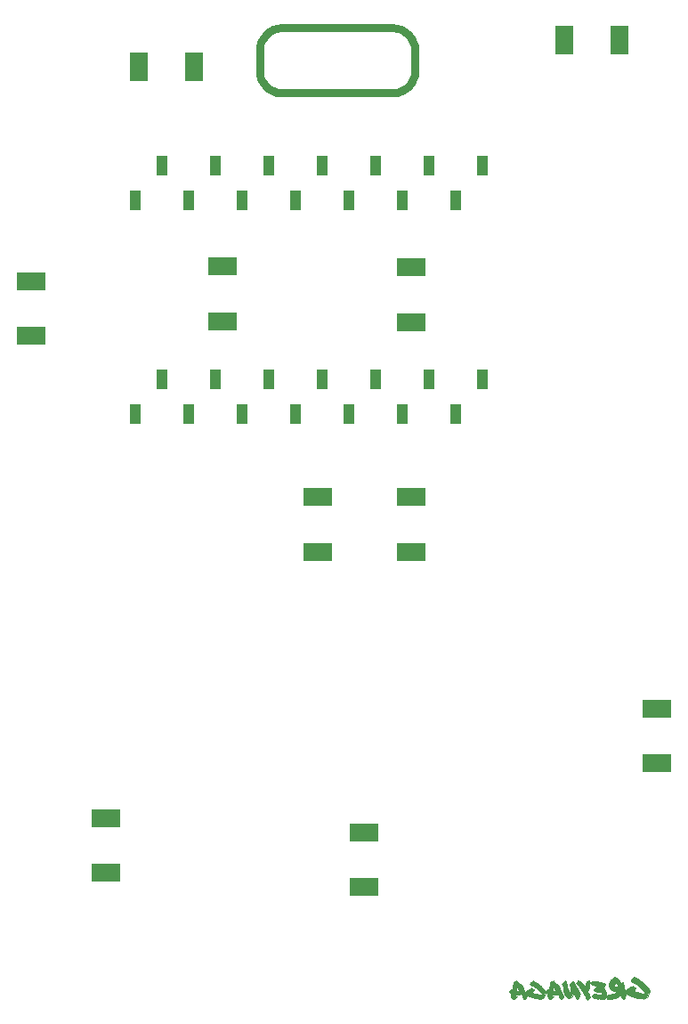
<source format=gbl>
G04 #@! TF.GenerationSoftware,KiCad,Pcbnew,6.0.0-rc1-unknown-73a0cbf~66~ubuntu16.04.1*
G04 #@! TF.CreationDate,2019-02-06T09:24:36-07:00
G04 #@! TF.ProjectId,001,3030312e-6b69-4636-9164-5f7063625858,rev?*
G04 #@! TF.SameCoordinates,Original*
G04 #@! TF.FileFunction,Copper,L2,Bot*
G04 #@! TF.FilePolarity,Positive*
%FSLAX46Y46*%
G04 Gerber Fmt 4.6, Leading zero omitted, Abs format (unit mm)*
G04 Created by KiCad (PCBNEW 6.0.0-rc1-unknown-73a0cbf~66~ubuntu16.04.1) date 2019-02-06 09:24:36*
%MOMM*%
%LPD*%
G04 APERTURE LIST*
%ADD10C,0.009375*%
%ADD11C,0.750000*%
%ADD12R,2.800000X1.700000*%
%ADD13R,1.700000X2.800000*%
%ADD14R,1.000000X1.900000*%
G04 APERTURE END LIST*
D10*
G36*
X156754745Y-144220357D02*
G01*
X157545777Y-143732480D01*
X157396950Y-143721445D01*
X157245365Y-143696637D01*
X157286705Y-143525760D01*
X157333560Y-143346614D01*
X157350098Y-143374187D01*
X157457585Y-143503724D01*
X157543022Y-143638771D01*
X157576096Y-143688380D01*
X157606412Y-143737989D01*
X157576096Y-143735166D01*
X157545780Y-143732344D01*
X157545777Y-143732480D01*
X156754745Y-144220357D01*
X156804354Y-144316818D01*
X156878770Y-144402258D01*
X156972476Y-144462891D01*
X157082718Y-144490464D01*
X157132327Y-144471160D01*
X157157134Y-144454621D01*
X157173672Y-144446352D01*
X157184707Y-144438083D01*
X157217781Y-144424311D01*
X157206746Y-144388483D01*
X157209568Y-144355409D01*
X157242642Y-144319581D01*
X157259180Y-144303043D01*
X157272953Y-144286504D01*
X157319807Y-144234138D01*
X157245391Y-144214834D01*
X157154442Y-144165225D01*
X157135138Y-144063250D01*
X157228844Y-144060428D01*
X157303258Y-144079732D01*
X157405233Y-144104539D01*
X157515477Y-144112808D01*
X157556817Y-144112808D01*
X157598157Y-144107305D01*
X157625730Y-144101801D01*
X157636765Y-144068731D01*
X157647800Y-144057696D01*
X157678116Y-144021868D01*
X157683620Y-143961235D01*
X157700158Y-143911626D01*
X157724965Y-143980528D01*
X157736000Y-144008101D01*
X157763573Y-144013604D01*
X157771842Y-144027376D01*
X157774665Y-144041149D01*
X157788437Y-144088003D01*
X157799472Y-144099038D01*
X157810507Y-144107307D01*
X157824279Y-144156919D01*
X157840818Y-144203771D01*
X157865625Y-144275430D01*
X157871128Y-144341574D01*
X157882163Y-144371891D01*
X157912482Y-144399464D01*
X157945553Y-144416002D01*
X157962091Y-144427037D01*
X157975864Y-144432540D01*
X157984133Y-144462857D01*
X158017206Y-144468360D01*
X158061304Y-144476629D01*
X158088877Y-144479451D01*
X158116450Y-144476629D01*
X158163304Y-144438044D01*
X158201890Y-144407727D01*
X158229435Y-144358118D01*
X158234938Y-144327799D01*
X158240441Y-144300226D01*
X158248711Y-144283688D01*
X158284541Y-144250617D01*
X158254222Y-144225810D01*
X158251400Y-144178955D01*
X158135644Y-143908860D01*
X158006109Y-143644277D01*
X157964767Y-143556082D01*
X157920670Y-143467888D01*
X157923492Y-143448584D01*
X157917988Y-143423777D01*
X157868379Y-143341094D01*
X157829794Y-143263923D01*
X157785697Y-143172974D01*
X157725061Y-143082022D01*
X157680964Y-143062718D01*
X157661660Y-143057215D01*
X157636853Y-143051712D01*
X157595513Y-143057215D01*
X157460464Y-142957997D01*
X157341953Y-142800901D01*
X157314408Y-142762315D01*
X157278577Y-142784357D01*
X157239992Y-142800895D01*
X157187628Y-142814668D01*
X157093922Y-142839475D01*
X157022263Y-142880815D01*
X157002959Y-142946962D01*
X156994690Y-142991059D01*
X156980918Y-143084766D01*
X156969883Y-143189495D01*
X156947841Y-143283202D01*
X156928537Y-143374153D01*
X156900964Y-143503688D01*
X156865136Y-143619444D01*
X156837563Y-143622266D01*
X156809990Y-143613997D01*
X156774159Y-143608494D01*
X156743842Y-143605672D01*
X156732808Y-143633245D01*
X156705234Y-143660818D01*
X156652871Y-143677356D01*
X156622552Y-143702163D01*
X156600510Y-143718702D01*
X156559167Y-143735240D01*
X156581209Y-143776580D01*
X156661134Y-143873043D01*
X156774133Y-143947457D01*
X156771311Y-143980530D01*
X156763042Y-144010847D01*
X156749270Y-144107307D01*
X156749270Y-144209283D01*
X156754745Y-144220357D01*
X156754745Y-144220357D01*
G37*
X156754745Y-144220357D02*
X157545777Y-143732480D01*
X157396950Y-143721445D01*
X157245365Y-143696637D01*
X157286705Y-143525760D01*
X157333560Y-143346614D01*
X157350098Y-143374187D01*
X157457585Y-143503724D01*
X157543022Y-143638771D01*
X157576096Y-143688380D01*
X157606412Y-143737989D01*
X157576096Y-143735166D01*
X157545780Y-143732344D01*
X157545777Y-143732480D01*
X156754745Y-144220357D01*
X156804354Y-144316818D01*
X156878770Y-144402258D01*
X156972476Y-144462891D01*
X157082718Y-144490464D01*
X157132327Y-144471160D01*
X157157134Y-144454621D01*
X157173672Y-144446352D01*
X157184707Y-144438083D01*
X157217781Y-144424311D01*
X157206746Y-144388483D01*
X157209568Y-144355409D01*
X157242642Y-144319581D01*
X157259180Y-144303043D01*
X157272953Y-144286504D01*
X157319807Y-144234138D01*
X157245391Y-144214834D01*
X157154442Y-144165225D01*
X157135138Y-144063250D01*
X157228844Y-144060428D01*
X157303258Y-144079732D01*
X157405233Y-144104539D01*
X157515477Y-144112808D01*
X157556817Y-144112808D01*
X157598157Y-144107305D01*
X157625730Y-144101801D01*
X157636765Y-144068731D01*
X157647800Y-144057696D01*
X157678116Y-144021868D01*
X157683620Y-143961235D01*
X157700158Y-143911626D01*
X157724965Y-143980528D01*
X157736000Y-144008101D01*
X157763573Y-144013604D01*
X157771842Y-144027376D01*
X157774665Y-144041149D01*
X157788437Y-144088003D01*
X157799472Y-144099038D01*
X157810507Y-144107307D01*
X157824279Y-144156919D01*
X157840818Y-144203771D01*
X157865625Y-144275430D01*
X157871128Y-144341574D01*
X157882163Y-144371891D01*
X157912482Y-144399464D01*
X157945553Y-144416002D01*
X157962091Y-144427037D01*
X157975864Y-144432540D01*
X157984133Y-144462857D01*
X158017206Y-144468360D01*
X158061304Y-144476629D01*
X158088877Y-144479451D01*
X158116450Y-144476629D01*
X158163304Y-144438044D01*
X158201890Y-144407727D01*
X158229435Y-144358118D01*
X158234938Y-144327799D01*
X158240441Y-144300226D01*
X158248711Y-144283688D01*
X158284541Y-144250617D01*
X158254222Y-144225810D01*
X158251400Y-144178955D01*
X158135644Y-143908860D01*
X158006109Y-143644277D01*
X157964767Y-143556082D01*
X157920670Y-143467888D01*
X157923492Y-143448584D01*
X157917988Y-143423777D01*
X157868379Y-143341094D01*
X157829794Y-143263923D01*
X157785697Y-143172974D01*
X157725061Y-143082022D01*
X157680964Y-143062718D01*
X157661660Y-143057215D01*
X157636853Y-143051712D01*
X157595513Y-143057215D01*
X157460464Y-142957997D01*
X157341953Y-142800901D01*
X157314408Y-142762315D01*
X157278577Y-142784357D01*
X157239992Y-142800895D01*
X157187628Y-142814668D01*
X157093922Y-142839475D01*
X157022263Y-142880815D01*
X157002959Y-142946962D01*
X156994690Y-142991059D01*
X156980918Y-143084766D01*
X156969883Y-143189495D01*
X156947841Y-143283202D01*
X156928537Y-143374153D01*
X156900964Y-143503688D01*
X156865136Y-143619444D01*
X156837563Y-143622266D01*
X156809990Y-143613997D01*
X156774159Y-143608494D01*
X156743842Y-143605672D01*
X156732808Y-143633245D01*
X156705234Y-143660818D01*
X156652871Y-143677356D01*
X156622552Y-143702163D01*
X156600510Y-143718702D01*
X156559167Y-143735240D01*
X156581209Y-143776580D01*
X156661134Y-143873043D01*
X156774133Y-143947457D01*
X156771311Y-143980530D01*
X156763042Y-144010847D01*
X156749270Y-144107307D01*
X156749270Y-144209283D01*
X156754745Y-144220357D01*
G36*
X158099711Y-143955774D02*
G01*
X158273343Y-144140429D01*
X158510367Y-144247916D01*
X158783217Y-144322330D01*
X159056069Y-144407770D01*
X159124971Y-144410592D01*
X159180092Y-144418861D01*
X159229701Y-144427130D01*
X159284824Y-144432633D01*
X159298597Y-144438137D01*
X159306866Y-144449172D01*
X159392306Y-144457441D01*
X159452939Y-144457441D01*
X159521840Y-144465710D01*
X159582473Y-144473979D01*
X159907692Y-144327906D01*
X160037226Y-143947570D01*
X160042729Y-143931031D01*
X160053764Y-143922762D01*
X160048261Y-143875908D01*
X160045439Y-143826299D01*
X159882831Y-143545180D01*
X159665099Y-143313668D01*
X159632028Y-143280597D01*
X159607221Y-143247523D01*
X159576902Y-143219950D01*
X159535562Y-143200646D01*
X159397759Y-143079381D01*
X159229636Y-142974648D01*
X159056004Y-142872673D01*
X158896151Y-142756919D01*
X158852054Y-142765188D01*
X158821737Y-142765188D01*
X158769374Y-142823064D01*
X158700469Y-142858895D01*
X158634325Y-142900235D01*
X158587470Y-142966382D01*
X158604009Y-142980154D01*
X158595739Y-143004962D01*
X158592917Y-143029769D01*
X158612221Y-143040804D01*
X158595683Y-143057342D01*
X158579145Y-143071114D01*
X158587414Y-143093156D01*
X158587414Y-143120729D01*
X158711439Y-143189631D01*
X158851997Y-143261290D01*
X159003582Y-143341215D01*
X159155166Y-143437679D01*
X159306750Y-143561701D01*
X159455580Y-143702262D01*
X159590626Y-143856601D01*
X159698114Y-144010943D01*
X159687079Y-144032984D01*
X159673306Y-144052288D01*
X159510698Y-144052288D01*
X159356357Y-144060557D01*
X159345322Y-144044019D01*
X159331549Y-144027481D01*
X159039407Y-143977872D01*
X158763797Y-143903458D01*
X158805140Y-143889686D01*
X158838213Y-143875913D01*
X158838213Y-143853872D01*
X158810640Y-143831830D01*
X158874030Y-143776710D01*
X158901603Y-143688515D01*
X158885065Y-143655441D01*
X158901603Y-143625125D01*
X158915376Y-143625125D01*
X158920879Y-143633394D01*
X158923701Y-143644429D01*
X158937474Y-143641607D01*
X158926439Y-143600267D01*
X158909901Y-143561682D01*
X158719731Y-143434902D01*
X158645317Y-143484511D01*
X158554368Y-143536877D01*
X158455148Y-143589243D01*
X158358687Y-143638852D01*
X158289785Y-143682950D01*
X158231907Y-143740828D01*
X158176786Y-143795949D01*
X158107884Y-143842800D01*
X158105062Y-143900678D01*
X158099559Y-143955802D01*
X158099711Y-143955774D01*
X158099711Y-143955774D01*
G37*
X158099711Y-143955774D02*
X158273343Y-144140429D01*
X158510367Y-144247916D01*
X158783217Y-144322330D01*
X159056069Y-144407770D01*
X159124971Y-144410592D01*
X159180092Y-144418861D01*
X159229701Y-144427130D01*
X159284824Y-144432633D01*
X159298597Y-144438137D01*
X159306866Y-144449172D01*
X159392306Y-144457441D01*
X159452939Y-144457441D01*
X159521840Y-144465710D01*
X159582473Y-144473979D01*
X159907692Y-144327906D01*
X160037226Y-143947570D01*
X160042729Y-143931031D01*
X160053764Y-143922762D01*
X160048261Y-143875908D01*
X160045439Y-143826299D01*
X159882831Y-143545180D01*
X159665099Y-143313668D01*
X159632028Y-143280597D01*
X159607221Y-143247523D01*
X159576902Y-143219950D01*
X159535562Y-143200646D01*
X159397759Y-143079381D01*
X159229636Y-142974648D01*
X159056004Y-142872673D01*
X158896151Y-142756919D01*
X158852054Y-142765188D01*
X158821737Y-142765188D01*
X158769374Y-142823064D01*
X158700469Y-142858895D01*
X158634325Y-142900235D01*
X158587470Y-142966382D01*
X158604009Y-142980154D01*
X158595739Y-143004962D01*
X158592917Y-143029769D01*
X158612221Y-143040804D01*
X158595683Y-143057342D01*
X158579145Y-143071114D01*
X158587414Y-143093156D01*
X158587414Y-143120729D01*
X158711439Y-143189631D01*
X158851997Y-143261290D01*
X159003582Y-143341215D01*
X159155166Y-143437679D01*
X159306750Y-143561701D01*
X159455580Y-143702262D01*
X159590626Y-143856601D01*
X159698114Y-144010943D01*
X159687079Y-144032984D01*
X159673306Y-144052288D01*
X159510698Y-144052288D01*
X159356357Y-144060557D01*
X159345322Y-144044019D01*
X159331549Y-144027481D01*
X159039407Y-143977872D01*
X158763797Y-143903458D01*
X158805140Y-143889686D01*
X158838213Y-143875913D01*
X158838213Y-143853872D01*
X158810640Y-143831830D01*
X158874030Y-143776710D01*
X158901603Y-143688515D01*
X158885065Y-143655441D01*
X158901603Y-143625125D01*
X158915376Y-143625125D01*
X158920879Y-143633394D01*
X158923701Y-143644429D01*
X158937474Y-143641607D01*
X158926439Y-143600267D01*
X158909901Y-143561682D01*
X158719731Y-143434902D01*
X158645317Y-143484511D01*
X158554368Y-143536877D01*
X158455148Y-143589243D01*
X158358687Y-143638852D01*
X158289785Y-143682950D01*
X158231907Y-143740828D01*
X158176786Y-143795949D01*
X158107884Y-143842800D01*
X158105062Y-143900678D01*
X158099559Y-143955802D01*
X158099711Y-143955774D01*
G36*
X160238425Y-144220357D02*
G01*
X161029457Y-143732480D01*
X160880630Y-143721445D01*
X160729046Y-143696637D01*
X160770386Y-143525760D01*
X160817240Y-143346614D01*
X160833779Y-143374187D01*
X160941266Y-143503724D01*
X161026703Y-143638771D01*
X161059776Y-143688380D01*
X161090093Y-143737989D01*
X161059776Y-143735166D01*
X161029460Y-143732344D01*
X161029457Y-143732480D01*
X160238425Y-144220357D01*
X160288034Y-144316818D01*
X160362451Y-144402258D01*
X160456157Y-144462891D01*
X160566398Y-144490464D01*
X160616007Y-144471160D01*
X160640815Y-144454621D01*
X160657353Y-144446352D01*
X160668388Y-144438083D01*
X160701461Y-144424311D01*
X160690427Y-144388483D01*
X160693249Y-144355409D01*
X160726322Y-144319581D01*
X160742861Y-144303043D01*
X160756633Y-144286504D01*
X160803488Y-144234138D01*
X160729071Y-144214834D01*
X160638122Y-144165225D01*
X160618818Y-144063250D01*
X160712525Y-144060428D01*
X160786938Y-144079732D01*
X160888913Y-144104539D01*
X160999158Y-144112808D01*
X161040498Y-144112808D01*
X161081838Y-144107305D01*
X161109411Y-144101801D01*
X161120446Y-144068731D01*
X161131481Y-144057696D01*
X161161797Y-144021868D01*
X161167300Y-143961235D01*
X161183839Y-143911626D01*
X161208646Y-143980528D01*
X161219681Y-144008101D01*
X161247254Y-144013604D01*
X161255523Y-144027376D01*
X161258345Y-144041149D01*
X161272118Y-144088003D01*
X161283153Y-144099038D01*
X161294187Y-144107307D01*
X161307960Y-144156919D01*
X161324498Y-144203771D01*
X161349305Y-144275430D01*
X161354809Y-144341574D01*
X161365844Y-144371891D01*
X161396163Y-144399464D01*
X161429234Y-144416002D01*
X161445772Y-144427037D01*
X161459544Y-144432540D01*
X161467813Y-144462857D01*
X161500887Y-144468360D01*
X161544984Y-144476629D01*
X161572557Y-144479451D01*
X161600130Y-144476629D01*
X161646985Y-144438044D01*
X161685570Y-144407727D01*
X161713115Y-144358118D01*
X161718619Y-144327799D01*
X161724122Y-144300226D01*
X161732391Y-144283688D01*
X161768222Y-144250617D01*
X161737903Y-144225810D01*
X161735081Y-144178955D01*
X161619324Y-143908860D01*
X161489790Y-143644277D01*
X161448447Y-143556082D01*
X161404350Y-143467888D01*
X161407172Y-143448584D01*
X161401669Y-143423777D01*
X161352060Y-143341094D01*
X161313474Y-143263923D01*
X161269377Y-143172974D01*
X161208742Y-143082022D01*
X161164645Y-143062718D01*
X161145341Y-143057215D01*
X161120533Y-143051712D01*
X161079193Y-143057215D01*
X160944144Y-142957997D01*
X160825634Y-142800901D01*
X160798089Y-142762315D01*
X160762258Y-142784357D01*
X160723672Y-142800895D01*
X160671309Y-142814668D01*
X160577603Y-142839475D01*
X160505944Y-142880815D01*
X160486640Y-142946962D01*
X160478370Y-142991059D01*
X160464598Y-143084766D01*
X160453563Y-143189495D01*
X160431522Y-143283202D01*
X160412218Y-143374153D01*
X160384644Y-143503688D01*
X160348816Y-143619444D01*
X160321243Y-143622266D01*
X160293670Y-143613997D01*
X160257839Y-143608494D01*
X160227523Y-143605672D01*
X160216488Y-143633245D01*
X160188915Y-143660818D01*
X160136551Y-143677356D01*
X160106232Y-143702163D01*
X160084191Y-143718702D01*
X160042848Y-143735240D01*
X160064890Y-143776580D01*
X160144815Y-143873043D01*
X160257814Y-143947457D01*
X160254992Y-143980530D01*
X160246722Y-144010847D01*
X160232950Y-144107307D01*
X160232950Y-144209283D01*
X160238425Y-144220357D01*
X160238425Y-144220357D01*
G37*
X160238425Y-144220357D02*
X161029457Y-143732480D01*
X160880630Y-143721445D01*
X160729046Y-143696637D01*
X160770386Y-143525760D01*
X160817240Y-143346614D01*
X160833779Y-143374187D01*
X160941266Y-143503724D01*
X161026703Y-143638771D01*
X161059776Y-143688380D01*
X161090093Y-143737989D01*
X161059776Y-143735166D01*
X161029460Y-143732344D01*
X161029457Y-143732480D01*
X160238425Y-144220357D01*
X160288034Y-144316818D01*
X160362451Y-144402258D01*
X160456157Y-144462891D01*
X160566398Y-144490464D01*
X160616007Y-144471160D01*
X160640815Y-144454621D01*
X160657353Y-144446352D01*
X160668388Y-144438083D01*
X160701461Y-144424311D01*
X160690427Y-144388483D01*
X160693249Y-144355409D01*
X160726322Y-144319581D01*
X160742861Y-144303043D01*
X160756633Y-144286504D01*
X160803488Y-144234138D01*
X160729071Y-144214834D01*
X160638122Y-144165225D01*
X160618818Y-144063250D01*
X160712525Y-144060428D01*
X160786938Y-144079732D01*
X160888913Y-144104539D01*
X160999158Y-144112808D01*
X161040498Y-144112808D01*
X161081838Y-144107305D01*
X161109411Y-144101801D01*
X161120446Y-144068731D01*
X161131481Y-144057696D01*
X161161797Y-144021868D01*
X161167300Y-143961235D01*
X161183839Y-143911626D01*
X161208646Y-143980528D01*
X161219681Y-144008101D01*
X161247254Y-144013604D01*
X161255523Y-144027376D01*
X161258345Y-144041149D01*
X161272118Y-144088003D01*
X161283153Y-144099038D01*
X161294187Y-144107307D01*
X161307960Y-144156919D01*
X161324498Y-144203771D01*
X161349305Y-144275430D01*
X161354809Y-144341574D01*
X161365844Y-144371891D01*
X161396163Y-144399464D01*
X161429234Y-144416002D01*
X161445772Y-144427037D01*
X161459544Y-144432540D01*
X161467813Y-144462857D01*
X161500887Y-144468360D01*
X161544984Y-144476629D01*
X161572557Y-144479451D01*
X161600130Y-144476629D01*
X161646985Y-144438044D01*
X161685570Y-144407727D01*
X161713115Y-144358118D01*
X161718619Y-144327799D01*
X161724122Y-144300226D01*
X161732391Y-144283688D01*
X161768222Y-144250617D01*
X161737903Y-144225810D01*
X161735081Y-144178955D01*
X161619324Y-143908860D01*
X161489790Y-143644277D01*
X161448447Y-143556082D01*
X161404350Y-143467888D01*
X161407172Y-143448584D01*
X161401669Y-143423777D01*
X161352060Y-143341094D01*
X161313474Y-143263923D01*
X161269377Y-143172974D01*
X161208742Y-143082022D01*
X161164645Y-143062718D01*
X161145341Y-143057215D01*
X161120533Y-143051712D01*
X161079193Y-143057215D01*
X160944144Y-142957997D01*
X160825634Y-142800901D01*
X160798089Y-142762315D01*
X160762258Y-142784357D01*
X160723672Y-142800895D01*
X160671309Y-142814668D01*
X160577603Y-142839475D01*
X160505944Y-142880815D01*
X160486640Y-142946962D01*
X160478370Y-142991059D01*
X160464598Y-143084766D01*
X160453563Y-143189495D01*
X160431522Y-143283202D01*
X160412218Y-143374153D01*
X160384644Y-143503688D01*
X160348816Y-143619444D01*
X160321243Y-143622266D01*
X160293670Y-143613997D01*
X160257839Y-143608494D01*
X160227523Y-143605672D01*
X160216488Y-143633245D01*
X160188915Y-143660818D01*
X160136551Y-143677356D01*
X160106232Y-143702163D01*
X160084191Y-143718702D01*
X160042848Y-143735240D01*
X160064890Y-143776580D01*
X160144815Y-143873043D01*
X160257814Y-143947457D01*
X160254992Y-143980530D01*
X160246722Y-144010847D01*
X160232950Y-144107307D01*
X160232950Y-144209283D01*
X160238425Y-144220357D01*
G36*
X162724408Y-143950259D02*
G01*
X162760236Y-143980578D01*
X162782277Y-144027430D01*
X162801581Y-144074285D01*
X162829155Y-144093589D01*
X162845693Y-144132174D01*
X162867734Y-144168002D01*
X162884273Y-144206588D01*
X162878769Y-144253439D01*
X162906342Y-144300294D01*
X162920115Y-144358172D01*
X162942156Y-144405024D01*
X163002792Y-144421562D01*
X163005614Y-144435334D01*
X162997345Y-144454638D01*
X163044199Y-144457461D01*
X163080028Y-144471233D01*
X163168222Y-144413355D01*
X163228857Y-144322403D01*
X163275709Y-144217673D01*
X163314295Y-144126722D01*
X163311472Y-144068846D01*
X163330776Y-144019234D01*
X163035877Y-143407388D01*
X162732708Y-142765222D01*
X162608685Y-142823098D01*
X162495686Y-142894757D01*
X162407492Y-142991220D01*
X162360637Y-143109731D01*
X162374410Y-143123503D01*
X162385445Y-143126326D01*
X162374410Y-143145630D01*
X162374410Y-143156664D01*
X162374410Y-143173203D01*
X162366141Y-143198010D01*
X162382679Y-143200832D01*
X162399217Y-143200832D01*
X162393714Y-143250444D01*
X162404749Y-143286272D01*
X162418521Y-143319346D01*
X162415699Y-143363443D01*
X162429471Y-143368946D01*
X162434975Y-143377215D01*
X162443244Y-143385485D01*
X162454279Y-143385485D01*
X162448775Y-143506753D01*
X162454279Y-143630775D01*
X162451457Y-143760312D01*
X162432153Y-143898116D01*
X162275056Y-143749286D01*
X162178593Y-143545338D01*
X162120718Y-143302802D01*
X162079375Y-143038219D01*
X162040789Y-142977586D01*
X162015982Y-142903172D01*
X161993940Y-142823244D01*
X161966367Y-142748831D01*
X161897466Y-142776404D01*
X161842345Y-142820501D01*
X161789978Y-142864598D01*
X161721077Y-142889406D01*
X161660444Y-142980355D01*
X161624613Y-143074064D01*
X161646655Y-143123673D01*
X161660427Y-143178794D01*
X161682469Y-143231160D01*
X161721054Y-143269742D01*
X161743096Y-143402034D01*
X161767903Y-143517790D01*
X161787207Y-143639058D01*
X161792710Y-143774105D01*
X161839562Y-143909154D01*
X161878148Y-144038688D01*
X161947049Y-144124128D01*
X161999416Y-144223346D01*
X162013188Y-144228849D01*
X162032492Y-144220580D01*
X162032492Y-144237118D01*
X162040761Y-144248153D01*
X162046264Y-144259188D01*
X162040761Y-144281230D01*
X162109663Y-144328081D01*
X162175810Y-144383205D01*
X162258493Y-144416276D01*
X162382515Y-144397000D01*
X162583709Y-144206830D01*
X162724269Y-143950513D01*
X162724408Y-143950259D01*
X162724408Y-143950259D01*
G37*
X162724408Y-143950259D02*
X162760236Y-143980578D01*
X162782277Y-144027430D01*
X162801581Y-144074285D01*
X162829155Y-144093589D01*
X162845693Y-144132174D01*
X162867734Y-144168002D01*
X162884273Y-144206588D01*
X162878769Y-144253439D01*
X162906342Y-144300294D01*
X162920115Y-144358172D01*
X162942156Y-144405024D01*
X163002792Y-144421562D01*
X163005614Y-144435334D01*
X162997345Y-144454638D01*
X163044199Y-144457461D01*
X163080028Y-144471233D01*
X163168222Y-144413355D01*
X163228857Y-144322403D01*
X163275709Y-144217673D01*
X163314295Y-144126722D01*
X163311472Y-144068846D01*
X163330776Y-144019234D01*
X163035877Y-143407388D01*
X162732708Y-142765222D01*
X162608685Y-142823098D01*
X162495686Y-142894757D01*
X162407492Y-142991220D01*
X162360637Y-143109731D01*
X162374410Y-143123503D01*
X162385445Y-143126326D01*
X162374410Y-143145630D01*
X162374410Y-143156664D01*
X162374410Y-143173203D01*
X162366141Y-143198010D01*
X162382679Y-143200832D01*
X162399217Y-143200832D01*
X162393714Y-143250444D01*
X162404749Y-143286272D01*
X162418521Y-143319346D01*
X162415699Y-143363443D01*
X162429471Y-143368946D01*
X162434975Y-143377215D01*
X162443244Y-143385485D01*
X162454279Y-143385485D01*
X162448775Y-143506753D01*
X162454279Y-143630775D01*
X162451457Y-143760312D01*
X162432153Y-143898116D01*
X162275056Y-143749286D01*
X162178593Y-143545338D01*
X162120718Y-143302802D01*
X162079375Y-143038219D01*
X162040789Y-142977586D01*
X162015982Y-142903172D01*
X161993940Y-142823244D01*
X161966367Y-142748831D01*
X161897466Y-142776404D01*
X161842345Y-142820501D01*
X161789978Y-142864598D01*
X161721077Y-142889406D01*
X161660444Y-142980355D01*
X161624613Y-143074064D01*
X161646655Y-143123673D01*
X161660427Y-143178794D01*
X161682469Y-143231160D01*
X161721054Y-143269742D01*
X161743096Y-143402034D01*
X161767903Y-143517790D01*
X161787207Y-143639058D01*
X161792710Y-143774105D01*
X161839562Y-143909154D01*
X161878148Y-144038688D01*
X161947049Y-144124128D01*
X161999416Y-144223346D01*
X162013188Y-144228849D01*
X162032492Y-144220580D01*
X162032492Y-144237118D01*
X162040761Y-144248153D01*
X162046264Y-144259188D01*
X162040761Y-144281230D01*
X162109663Y-144328081D01*
X162175810Y-144383205D01*
X162258493Y-144416276D01*
X162382515Y-144397000D01*
X162583709Y-144206830D01*
X162724269Y-143950513D01*
X162724408Y-143950259D01*
G36*
X163537450Y-143729773D02*
G01*
X163570521Y-143771116D01*
X163598094Y-143817968D01*
X163628411Y-143875846D01*
X163669753Y-143925455D01*
X163697327Y-143991602D01*
X163741424Y-144043968D01*
X163870961Y-144283744D01*
X163887499Y-144333356D01*
X163912306Y-144377453D01*
X163923341Y-144396757D01*
X163931610Y-144410530D01*
X163937114Y-144438103D01*
X163967430Y-144476688D01*
X163997749Y-144507005D01*
X164017053Y-144529046D01*
X164058393Y-144545584D01*
X164303684Y-144330610D01*
X164300862Y-144303037D01*
X164292592Y-144275464D01*
X164281558Y-144242390D01*
X164256750Y-144165219D01*
X164209899Y-144096318D01*
X164185091Y-144035685D01*
X164118944Y-143906148D01*
X164058311Y-143801418D01*
X164022483Y-143740785D01*
X164088628Y-143660857D01*
X164152018Y-143528566D01*
X164190603Y-143415567D01*
X164198872Y-143354934D01*
X164209907Y-143302568D01*
X164223679Y-143241935D01*
X164229183Y-143178545D01*
X164245721Y-143139960D01*
X164240218Y-143112387D01*
X164237395Y-143062778D01*
X164251168Y-142996633D01*
X164264940Y-142935998D01*
X164267763Y-142869853D01*
X164251224Y-142809221D01*
X164198861Y-142756854D01*
X164152006Y-142754032D01*
X164105155Y-142781605D01*
X164058300Y-142806413D01*
X164000422Y-142833986D01*
X163942544Y-142869814D01*
X163923240Y-142908399D01*
X163887412Y-142938716D01*
X163887412Y-142969032D01*
X163884589Y-142999348D01*
X163873555Y-143043445D01*
X163862520Y-143076519D01*
X163854251Y-143150933D01*
X163837712Y-143214322D01*
X163821174Y-143277712D01*
X163818352Y-143349371D01*
X163790779Y-143330067D01*
X163779744Y-143321798D01*
X163768709Y-143313529D01*
X163606101Y-143093043D01*
X163611604Y-143065470D01*
X163553726Y-143010349D01*
X163512386Y-142969006D01*
X163476555Y-142927667D01*
X163446239Y-142905625D01*
X163195437Y-142734748D01*
X163156851Y-142729245D01*
X163145816Y-142765075D01*
X163101719Y-142820196D01*
X163027306Y-142867048D01*
X163002498Y-142883586D01*
X162988726Y-142924926D01*
X162991548Y-142949733D01*
X162980513Y-142977307D01*
X163035634Y-143073770D01*
X163096269Y-143128891D01*
X163143121Y-143170231D01*
X163173437Y-143214328D01*
X163192741Y-143236370D01*
X163267158Y-143324564D01*
X163275427Y-143357635D01*
X163308501Y-143357635D01*
X163322273Y-143368670D01*
X163349818Y-143415522D01*
X163377391Y-143451352D01*
X163391163Y-143465125D01*
X163399433Y-143487166D01*
X163407702Y-143509208D01*
X163451799Y-143564332D01*
X163471103Y-143602917D01*
X163493144Y-143647014D01*
X163523461Y-143688354D01*
X163537450Y-143729773D01*
X163537450Y-143729773D01*
G37*
X163537450Y-143729773D02*
X163570521Y-143771116D01*
X163598094Y-143817968D01*
X163628411Y-143875846D01*
X163669753Y-143925455D01*
X163697327Y-143991602D01*
X163741424Y-144043968D01*
X163870961Y-144283744D01*
X163887499Y-144333356D01*
X163912306Y-144377453D01*
X163923341Y-144396757D01*
X163931610Y-144410530D01*
X163937114Y-144438103D01*
X163967430Y-144476688D01*
X163997749Y-144507005D01*
X164017053Y-144529046D01*
X164058393Y-144545584D01*
X164303684Y-144330610D01*
X164300862Y-144303037D01*
X164292592Y-144275464D01*
X164281558Y-144242390D01*
X164256750Y-144165219D01*
X164209899Y-144096318D01*
X164185091Y-144035685D01*
X164118944Y-143906148D01*
X164058311Y-143801418D01*
X164022483Y-143740785D01*
X164088628Y-143660857D01*
X164152018Y-143528566D01*
X164190603Y-143415567D01*
X164198872Y-143354934D01*
X164209907Y-143302568D01*
X164223679Y-143241935D01*
X164229183Y-143178545D01*
X164245721Y-143139960D01*
X164240218Y-143112387D01*
X164237395Y-143062778D01*
X164251168Y-142996633D01*
X164264940Y-142935998D01*
X164267763Y-142869853D01*
X164251224Y-142809221D01*
X164198861Y-142756854D01*
X164152006Y-142754032D01*
X164105155Y-142781605D01*
X164058300Y-142806413D01*
X164000422Y-142833986D01*
X163942544Y-142869814D01*
X163923240Y-142908399D01*
X163887412Y-142938716D01*
X163887412Y-142969032D01*
X163884589Y-142999348D01*
X163873555Y-143043445D01*
X163862520Y-143076519D01*
X163854251Y-143150933D01*
X163837712Y-143214322D01*
X163821174Y-143277712D01*
X163818352Y-143349371D01*
X163790779Y-143330067D01*
X163779744Y-143321798D01*
X163768709Y-143313529D01*
X163606101Y-143093043D01*
X163611604Y-143065470D01*
X163553726Y-143010349D01*
X163512386Y-142969006D01*
X163476555Y-142927667D01*
X163446239Y-142905625D01*
X163195437Y-142734748D01*
X163156851Y-142729245D01*
X163145816Y-142765075D01*
X163101719Y-142820196D01*
X163027306Y-142867048D01*
X163002498Y-142883586D01*
X162988726Y-142924926D01*
X162991548Y-142949733D01*
X162980513Y-142977307D01*
X163035634Y-143073770D01*
X163096269Y-143128891D01*
X163143121Y-143170231D01*
X163173437Y-143214328D01*
X163192741Y-143236370D01*
X163267158Y-143324564D01*
X163275427Y-143357635D01*
X163308501Y-143357635D01*
X163322273Y-143368670D01*
X163349818Y-143415522D01*
X163377391Y-143451352D01*
X163391163Y-143465125D01*
X163399433Y-143487166D01*
X163407702Y-143509208D01*
X163451799Y-143564332D01*
X163471103Y-143602917D01*
X163493144Y-143647014D01*
X163523461Y-143688354D01*
X163537450Y-143729773D01*
G36*
X164353248Y-142900195D02*
G01*
X164353248Y-142930511D01*
X164356070Y-142947050D01*
X164356070Y-142966354D01*
X164350567Y-142993927D01*
X164485613Y-143123464D01*
X164648221Y-143173073D01*
X164830121Y-143203389D01*
X165012025Y-143275048D01*
X165078169Y-143275048D01*
X165160852Y-143283317D01*
X165202192Y-143308125D01*
X165251804Y-143321897D01*
X165243535Y-143374263D01*
X165235265Y-143415603D01*
X165023048Y-143412781D01*
X164791539Y-143399009D01*
X164794361Y-143418313D01*
X164797183Y-143432085D01*
X164758598Y-143467913D01*
X164720012Y-143506499D01*
X164681427Y-143539572D01*
X164631818Y-143547841D01*
X164618045Y-143597450D01*
X164623549Y-143649817D01*
X164711743Y-143713207D01*
X164805450Y-143768328D01*
X164907425Y-143809670D01*
X165025936Y-143820705D01*
X165047977Y-143820705D01*
X165064515Y-143812436D01*
X165127905Y-143820705D01*
X165188541Y-143828974D01*
X165262954Y-143817939D01*
X165337368Y-143806904D01*
X165417293Y-143930927D01*
X165480683Y-144071488D01*
X165326344Y-144082523D01*
X165207833Y-144074254D01*
X165094832Y-144060481D01*
X164948762Y-144054978D01*
X164819225Y-144016392D01*
X164678667Y-143983319D01*
X164640081Y-144013635D01*
X164609762Y-144052221D01*
X164576691Y-144082537D01*
X164535349Y-144093572D01*
X164521576Y-144121117D01*
X164513307Y-144148690D01*
X164505038Y-144173497D01*
X164480231Y-144179000D01*
X164576694Y-144319561D01*
X164697960Y-144391217D01*
X164852301Y-144429803D01*
X165036959Y-144462876D01*
X165078299Y-144460054D01*
X165116885Y-144454551D01*
X165268469Y-144479358D01*
X165447612Y-144487627D01*
X165621247Y-144462820D01*
X165756293Y-144391161D01*
X165786612Y-144347064D01*
X165822440Y-144305724D01*
X165833475Y-144225798D01*
X165850013Y-144134847D01*
X165863786Y-144038383D01*
X165858282Y-143952946D01*
X165825212Y-143878532D01*
X165805908Y-143806873D01*
X165789369Y-143793101D01*
X165767328Y-143782066D01*
X165731497Y-143688360D01*
X165692914Y-143602923D01*
X165651571Y-143520240D01*
X165610232Y-143423777D01*
X165668107Y-143346606D01*
X165692914Y-143261169D01*
X165706687Y-143172974D01*
X165725991Y-143079268D01*
X165659846Y-143013121D01*
X165571652Y-142969023D01*
X165469676Y-142941450D01*
X165353920Y-142916643D01*
X165158239Y-142861522D01*
X164987364Y-142831206D01*
X164810975Y-142806398D01*
X164604267Y-142773325D01*
X164557416Y-142798132D01*
X164532608Y-142784360D01*
X164518836Y-142767822D01*
X164449934Y-142847747D01*
X164353471Y-142900113D01*
X164353248Y-142900195D01*
X164353248Y-142900195D01*
G37*
X164353248Y-142900195D02*
X164353248Y-142930511D01*
X164356070Y-142947050D01*
X164356070Y-142966354D01*
X164350567Y-142993927D01*
X164485613Y-143123464D01*
X164648221Y-143173073D01*
X164830121Y-143203389D01*
X165012025Y-143275048D01*
X165078169Y-143275048D01*
X165160852Y-143283317D01*
X165202192Y-143308125D01*
X165251804Y-143321897D01*
X165243535Y-143374263D01*
X165235265Y-143415603D01*
X165023048Y-143412781D01*
X164791539Y-143399009D01*
X164794361Y-143418313D01*
X164797183Y-143432085D01*
X164758598Y-143467913D01*
X164720012Y-143506499D01*
X164681427Y-143539572D01*
X164631818Y-143547841D01*
X164618045Y-143597450D01*
X164623549Y-143649817D01*
X164711743Y-143713207D01*
X164805450Y-143768328D01*
X164907425Y-143809670D01*
X165025936Y-143820705D01*
X165047977Y-143820705D01*
X165064515Y-143812436D01*
X165127905Y-143820705D01*
X165188541Y-143828974D01*
X165262954Y-143817939D01*
X165337368Y-143806904D01*
X165417293Y-143930927D01*
X165480683Y-144071488D01*
X165326344Y-144082523D01*
X165207833Y-144074254D01*
X165094832Y-144060481D01*
X164948762Y-144054978D01*
X164819225Y-144016392D01*
X164678667Y-143983319D01*
X164640081Y-144013635D01*
X164609762Y-144052221D01*
X164576691Y-144082537D01*
X164535349Y-144093572D01*
X164521576Y-144121117D01*
X164513307Y-144148690D01*
X164505038Y-144173497D01*
X164480231Y-144179000D01*
X164576694Y-144319561D01*
X164697960Y-144391217D01*
X164852301Y-144429803D01*
X165036959Y-144462876D01*
X165078299Y-144460054D01*
X165116885Y-144454551D01*
X165268469Y-144479358D01*
X165447612Y-144487627D01*
X165621247Y-144462820D01*
X165756293Y-144391161D01*
X165786612Y-144347064D01*
X165822440Y-144305724D01*
X165833475Y-144225798D01*
X165850013Y-144134847D01*
X165863786Y-144038383D01*
X165858282Y-143952946D01*
X165825212Y-143878532D01*
X165805908Y-143806873D01*
X165789369Y-143793101D01*
X165767328Y-143782066D01*
X165731497Y-143688360D01*
X165692914Y-143602923D01*
X165651571Y-143520240D01*
X165610232Y-143423777D01*
X165668107Y-143346606D01*
X165692914Y-143261169D01*
X165706687Y-143172974D01*
X165725991Y-143079268D01*
X165659846Y-143013121D01*
X165571652Y-142969023D01*
X165469676Y-142941450D01*
X165353920Y-142916643D01*
X165158239Y-142861522D01*
X164987364Y-142831206D01*
X164810975Y-142806398D01*
X164604267Y-142773325D01*
X164557416Y-142798132D01*
X164532608Y-142784360D01*
X164518836Y-142767822D01*
X164449934Y-142847747D01*
X164353471Y-142900113D01*
X164353248Y-142900195D01*
G36*
X167638492Y-144214843D02*
G01*
X166960385Y-143239319D01*
X167007240Y-143366099D01*
X166764704Y-143302709D01*
X166524925Y-143203491D01*
X166596584Y-143040883D01*
X166717852Y-142955443D01*
X166797777Y-143051906D01*
X166885972Y-143140101D01*
X166960385Y-143239319D01*
X167638492Y-144214843D01*
X167663299Y-144195539D01*
X167688107Y-144148687D01*
X167657790Y-144148687D01*
X167668825Y-144038442D01*
X167644018Y-143939224D01*
X167621976Y-143845518D01*
X167630246Y-143749055D01*
X167610942Y-143743551D01*
X167599907Y-143704966D01*
X167597084Y-143655357D01*
X167599907Y-143611260D01*
X167544786Y-143434871D01*
X167506200Y-143255727D01*
X167470369Y-143082093D01*
X167415249Y-142922242D01*
X167335323Y-142933277D01*
X167277445Y-142969105D01*
X167125861Y-142809255D01*
X166993569Y-142627351D01*
X166839230Y-142467500D01*
X166627010Y-142384818D01*
X166478183Y-142486793D01*
X166343134Y-142619085D01*
X166301795Y-142649401D01*
X166257697Y-142676974D01*
X166257697Y-142718314D01*
X166194307Y-142803751D01*
X166147453Y-142905727D01*
X166106113Y-143013214D01*
X166062016Y-143115189D01*
X166067519Y-143145505D01*
X166062016Y-143170313D01*
X166053747Y-143197886D01*
X166050924Y-143233714D01*
X166147385Y-143470738D01*
X166351336Y-143616808D01*
X166604896Y-143713272D01*
X166850186Y-143798709D01*
X166839151Y-143809744D01*
X166830882Y-143826282D01*
X166704102Y-143906207D01*
X166618665Y-143958574D01*
X166530471Y-143991647D01*
X166395422Y-144024721D01*
X166263130Y-144057792D01*
X166174936Y-144077096D01*
X166092253Y-144088130D01*
X165973742Y-144101903D01*
X165924133Y-144173562D01*
X165896560Y-144256245D01*
X165893738Y-144336170D01*
X165915779Y-144394048D01*
X165902007Y-144405083D01*
X165874434Y-144405083D01*
X165907505Y-144438157D01*
X165935078Y-144476742D01*
X165968151Y-144512570D01*
X166012249Y-144531874D01*
X166265808Y-144534696D01*
X166659926Y-144407916D01*
X166852850Y-144327988D01*
X166982388Y-144259087D01*
X167084363Y-144184673D01*
X167191850Y-144088212D01*
X167202885Y-144099247D01*
X167211154Y-144110282D01*
X167255251Y-144289428D01*
X167337934Y-144429986D01*
X167398569Y-144438255D01*
X167434397Y-144468572D01*
X167475737Y-144465749D01*
X167500545Y-144451977D01*
X167525352Y-144435439D01*
X167569449Y-144429935D01*
X167585987Y-144383084D01*
X167630085Y-144361042D01*
X167624581Y-144319702D01*
X167632850Y-144286629D01*
X167643885Y-144253555D01*
X167638382Y-144214970D01*
X167638492Y-144214843D01*
X167638492Y-144214843D01*
G37*
X167638492Y-144214843D02*
X166960385Y-143239319D01*
X167007240Y-143366099D01*
X166764704Y-143302709D01*
X166524925Y-143203491D01*
X166596584Y-143040883D01*
X166717852Y-142955443D01*
X166797777Y-143051906D01*
X166885972Y-143140101D01*
X166960385Y-143239319D01*
X167638492Y-144214843D01*
X167663299Y-144195539D01*
X167688107Y-144148687D01*
X167657790Y-144148687D01*
X167668825Y-144038442D01*
X167644018Y-143939224D01*
X167621976Y-143845518D01*
X167630246Y-143749055D01*
X167610942Y-143743551D01*
X167599907Y-143704966D01*
X167597084Y-143655357D01*
X167599907Y-143611260D01*
X167544786Y-143434871D01*
X167506200Y-143255727D01*
X167470369Y-143082093D01*
X167415249Y-142922242D01*
X167335323Y-142933277D01*
X167277445Y-142969105D01*
X167125861Y-142809255D01*
X166993569Y-142627351D01*
X166839230Y-142467500D01*
X166627010Y-142384818D01*
X166478183Y-142486793D01*
X166343134Y-142619085D01*
X166301795Y-142649401D01*
X166257697Y-142676974D01*
X166257697Y-142718314D01*
X166194307Y-142803751D01*
X166147453Y-142905727D01*
X166106113Y-143013214D01*
X166062016Y-143115189D01*
X166067519Y-143145505D01*
X166062016Y-143170313D01*
X166053747Y-143197886D01*
X166050924Y-143233714D01*
X166147385Y-143470738D01*
X166351336Y-143616808D01*
X166604896Y-143713272D01*
X166850186Y-143798709D01*
X166839151Y-143809744D01*
X166830882Y-143826282D01*
X166704102Y-143906207D01*
X166618665Y-143958574D01*
X166530471Y-143991647D01*
X166395422Y-144024721D01*
X166263130Y-144057792D01*
X166174936Y-144077096D01*
X166092253Y-144088130D01*
X165973742Y-144101903D01*
X165924133Y-144173562D01*
X165896560Y-144256245D01*
X165893738Y-144336170D01*
X165915779Y-144394048D01*
X165902007Y-144405083D01*
X165874434Y-144405083D01*
X165907505Y-144438157D01*
X165935078Y-144476742D01*
X165968151Y-144512570D01*
X166012249Y-144531874D01*
X166265808Y-144534696D01*
X166659926Y-144407916D01*
X166852850Y-144327988D01*
X166982388Y-144259087D01*
X167084363Y-144184673D01*
X167191850Y-144088212D01*
X167202885Y-144099247D01*
X167211154Y-144110282D01*
X167255251Y-144289428D01*
X167337934Y-144429986D01*
X167398569Y-144438255D01*
X167434397Y-144468572D01*
X167475737Y-144465749D01*
X167500545Y-144451977D01*
X167525352Y-144435439D01*
X167569449Y-144429935D01*
X167585987Y-144383084D01*
X167630085Y-144361042D01*
X167624581Y-144319702D01*
X167632850Y-144286629D01*
X167643885Y-144253555D01*
X167638382Y-144214970D01*
X167638492Y-144214843D01*
G36*
X169942571Y-143798675D02*
G01*
X169934302Y-143743554D01*
X169931480Y-143680164D01*
X169738553Y-143343925D01*
X169476727Y-143068315D01*
X169438141Y-143029732D01*
X169407825Y-142988389D01*
X169371994Y-142955316D01*
X169322385Y-142933274D01*
X169157023Y-142787202D01*
X168955829Y-142660422D01*
X168746367Y-142536399D01*
X168553440Y-142398596D01*
X168506588Y-142412368D01*
X168468002Y-142409546D01*
X168404613Y-142483960D01*
X168321930Y-142525302D01*
X168242005Y-142574911D01*
X168184126Y-142652079D01*
X168203430Y-142665852D01*
X168195161Y-142696168D01*
X168189658Y-142726487D01*
X168214465Y-142740260D01*
X168195161Y-142759564D01*
X168175857Y-142778868D01*
X168184126Y-142806441D01*
X168184126Y-142836757D01*
X168332953Y-142922197D01*
X168503831Y-143004877D01*
X168685731Y-143101340D01*
X168867635Y-143217097D01*
X169052290Y-143363169D01*
X169228679Y-143534044D01*
X169388532Y-143718702D01*
X169515312Y-143903360D01*
X169501540Y-143928167D01*
X169485002Y-143952974D01*
X169289320Y-143952974D01*
X169107416Y-143964009D01*
X169093644Y-143941968D01*
X169077106Y-143922664D01*
X168727085Y-143862028D01*
X168396355Y-143773834D01*
X168484549Y-143743517D01*
X168484549Y-143715944D01*
X168454233Y-143688371D01*
X168528646Y-143622224D01*
X168561720Y-143514740D01*
X168542416Y-143476154D01*
X168561720Y-143440323D01*
X168578258Y-143440323D01*
X168583762Y-143451358D01*
X168589265Y-143462393D01*
X168603037Y-143462393D01*
X168589265Y-143412784D01*
X168572727Y-143365929D01*
X168343974Y-143214345D01*
X168255780Y-143272223D01*
X168145535Y-143332856D01*
X168027025Y-143396246D01*
X167914026Y-143456881D01*
X167828586Y-143512002D01*
X167759684Y-143578146D01*
X167693540Y-143644294D01*
X167613614Y-143699415D01*
X167608111Y-143771074D01*
X167602608Y-143837218D01*
X167729387Y-143997071D01*
X167897510Y-144107313D01*
X168093189Y-144187241D01*
X168308163Y-144247874D01*
X168531406Y-144308509D01*
X168749135Y-144380166D01*
X168829063Y-144382988D01*
X168892453Y-144391257D01*
X168953086Y-144402292D01*
X169019230Y-144410561D01*
X169038534Y-144416064D01*
X169049569Y-144429837D01*
X169148787Y-144438106D01*
X169223201Y-144438106D01*
X169303126Y-144449141D01*
X169380297Y-144457410D01*
X169768903Y-144281021D01*
X169923245Y-143826268D01*
X169928748Y-143809730D01*
X169942520Y-143798695D01*
X169942571Y-143798675D01*
X169942571Y-143798675D01*
G37*
X169942571Y-143798675D02*
X169934302Y-143743554D01*
X169931480Y-143680164D01*
X169738553Y-143343925D01*
X169476727Y-143068315D01*
X169438141Y-143029732D01*
X169407825Y-142988389D01*
X169371994Y-142955316D01*
X169322385Y-142933274D01*
X169157023Y-142787202D01*
X168955829Y-142660422D01*
X168746367Y-142536399D01*
X168553440Y-142398596D01*
X168506588Y-142412368D01*
X168468002Y-142409546D01*
X168404613Y-142483960D01*
X168321930Y-142525302D01*
X168242005Y-142574911D01*
X168184126Y-142652079D01*
X168203430Y-142665852D01*
X168195161Y-142696168D01*
X168189658Y-142726487D01*
X168214465Y-142740260D01*
X168195161Y-142759564D01*
X168175857Y-142778868D01*
X168184126Y-142806441D01*
X168184126Y-142836757D01*
X168332953Y-142922197D01*
X168503831Y-143004877D01*
X168685731Y-143101340D01*
X168867635Y-143217097D01*
X169052290Y-143363169D01*
X169228679Y-143534044D01*
X169388532Y-143718702D01*
X169515312Y-143903360D01*
X169501540Y-143928167D01*
X169485002Y-143952974D01*
X169289320Y-143952974D01*
X169107416Y-143964009D01*
X169093644Y-143941968D01*
X169077106Y-143922664D01*
X168727085Y-143862028D01*
X168396355Y-143773834D01*
X168484549Y-143743517D01*
X168484549Y-143715944D01*
X168454233Y-143688371D01*
X168528646Y-143622224D01*
X168561720Y-143514740D01*
X168542416Y-143476154D01*
X168561720Y-143440323D01*
X168578258Y-143440323D01*
X168583762Y-143451358D01*
X168589265Y-143462393D01*
X168603037Y-143462393D01*
X168589265Y-143412784D01*
X168572727Y-143365929D01*
X168343974Y-143214345D01*
X168255780Y-143272223D01*
X168145535Y-143332856D01*
X168027025Y-143396246D01*
X167914026Y-143456881D01*
X167828586Y-143512002D01*
X167759684Y-143578146D01*
X167693540Y-143644294D01*
X167613614Y-143699415D01*
X167608111Y-143771074D01*
X167602608Y-143837218D01*
X167729387Y-143997071D01*
X167897510Y-144107313D01*
X168093189Y-144187241D01*
X168308163Y-144247874D01*
X168531406Y-144308509D01*
X168749135Y-144380166D01*
X168829063Y-144382988D01*
X168892453Y-144391257D01*
X168953086Y-144402292D01*
X169019230Y-144410561D01*
X169038534Y-144416064D01*
X169049569Y-144429837D01*
X169148787Y-144438106D01*
X169223201Y-144438106D01*
X169303126Y-144449141D01*
X169380297Y-144457410D01*
X169768903Y-144281021D01*
X169923245Y-143826268D01*
X169928748Y-143809730D01*
X169942520Y-143798695D01*
X169942571Y-143798675D01*
D11*
X145530531Y-52145518D02*
X144868780Y-52145518D01*
X144868780Y-52145518D02*
X144207025Y-52145518D01*
X144207025Y-52145518D02*
X143545273Y-52145518D01*
X143545273Y-52145518D02*
X142883524Y-52145518D01*
X142883524Y-52145518D02*
X142221843Y-52145518D01*
X142221843Y-52145518D02*
X141560153Y-52145518D01*
X141560153Y-52145518D02*
X140898475Y-52145518D01*
X140898475Y-52145518D02*
X140236790Y-52145518D01*
X140236790Y-52145518D02*
X139575036Y-52145518D01*
X139575036Y-52145518D02*
X138913287Y-52145518D01*
X138913287Y-52145518D02*
X138251532Y-52145518D01*
X138251532Y-52145518D02*
X137589786Y-52145518D01*
X137589786Y-52145518D02*
X136928003Y-52145518D01*
X136928003Y-52145518D02*
X136266226Y-52145518D01*
X136266226Y-52145518D02*
X135604449Y-52145518D01*
X135604449Y-52145518D02*
X134942669Y-52145518D01*
X134942669Y-52145518D02*
X134519197Y-52189971D01*
X134519197Y-52189971D02*
X134125243Y-52317530D01*
X134125243Y-52317530D02*
X133769129Y-52519502D01*
X133769129Y-52519502D02*
X133459148Y-52787185D01*
X133459148Y-52787185D02*
X133203596Y-53111878D01*
X133203596Y-53111878D02*
X133010773Y-53484894D01*
X133010773Y-53484894D02*
X132888997Y-53897537D01*
X132888997Y-53897537D02*
X132846559Y-54341106D01*
X132846559Y-54341106D02*
X132846559Y-54791462D01*
X132846559Y-54791462D02*
X132846559Y-55241824D01*
X132846559Y-55241824D02*
X132846559Y-55692177D01*
X132846559Y-55692177D02*
X132846559Y-56142533D01*
X132846559Y-56142533D02*
X132888997Y-56586104D01*
X132888997Y-56586104D02*
X133010773Y-56998747D01*
X133010773Y-56998747D02*
X133203596Y-57371760D01*
X133203596Y-57371760D02*
X133459148Y-57696457D01*
X133459148Y-57696457D02*
X133769129Y-57964139D01*
X133769129Y-57964139D02*
X134125243Y-58166106D01*
X134125243Y-58166106D02*
X134519197Y-58293670D01*
X134519197Y-58293670D02*
X134942669Y-58338120D01*
X134942669Y-58338120D02*
X135604420Y-58338120D01*
X135604420Y-58338120D02*
X136266172Y-58338120D01*
X136266172Y-58338120D02*
X136927924Y-58338120D01*
X136927924Y-58338120D02*
X137589676Y-58338120D01*
X137589676Y-58338120D02*
X138251354Y-58338120D01*
X138251354Y-58338120D02*
X138913041Y-58338120D01*
X138913041Y-58338120D02*
X139574723Y-58338120D01*
X139574723Y-58338120D02*
X140236409Y-58338120D01*
X140236409Y-58338120D02*
X140898161Y-58338120D01*
X140898161Y-58338120D02*
X141559907Y-58338120D01*
X141559907Y-58338120D02*
X142221659Y-58338120D01*
X142221659Y-58338120D02*
X142883411Y-58338120D01*
X142883411Y-58338120D02*
X143545188Y-58338120D01*
X143545188Y-58338120D02*
X144206971Y-58338120D01*
X144206971Y-58338120D02*
X144868749Y-58338120D01*
X144868749Y-58338120D02*
X145530531Y-58338120D01*
X145530531Y-58338120D02*
X145954000Y-58293670D01*
X145954000Y-58293670D02*
X146347951Y-58166106D01*
X146347951Y-58166106D02*
X146704065Y-57964139D01*
X146704065Y-57964139D02*
X147014052Y-57696457D01*
X147014052Y-57696457D02*
X147269607Y-57371760D01*
X147269607Y-57371760D02*
X147462419Y-56998747D01*
X147462419Y-56998747D02*
X147584200Y-56586104D01*
X147584200Y-56586104D02*
X147626641Y-56142533D01*
X147626641Y-56142533D02*
X147626641Y-55692177D01*
X147626641Y-55692177D02*
X147626641Y-55241824D01*
X147626641Y-55241824D02*
X147626641Y-54791462D01*
X147626641Y-54791462D02*
X147626641Y-54341106D01*
X147626641Y-54341106D02*
X147584200Y-53897537D01*
X147584200Y-53897537D02*
X147462419Y-53484894D01*
X147462419Y-53484894D02*
X147269607Y-53111878D01*
X147269607Y-53111878D02*
X147014052Y-52787185D01*
X147014052Y-52787185D02*
X146704065Y-52519502D01*
X146704065Y-52519502D02*
X146347951Y-52317530D01*
X146347951Y-52317530D02*
X145954000Y-52189971D01*
X145954000Y-52189971D02*
X145530531Y-52145518D01*
D12*
X142824200Y-128667200D03*
X142824200Y-133867200D03*
X118237000Y-127295600D03*
X118237000Y-132495600D03*
X147320000Y-101964800D03*
X147320000Y-96764800D03*
X138430000Y-96764800D03*
X138430000Y-101964800D03*
X111125000Y-76216200D03*
X111125000Y-81416200D03*
X147320000Y-74920800D03*
X147320000Y-80120800D03*
X129336800Y-74844600D03*
X129336800Y-80044600D03*
D13*
X126602800Y-55880000D03*
X121402800Y-55880000D03*
D12*
X170662600Y-122081600D03*
X170662600Y-116881600D03*
D13*
X167065000Y-53340000D03*
X161865000Y-53340000D03*
D14*
X123596400Y-65227096D03*
X128676400Y-65227096D03*
X133756400Y-65227096D03*
X138836400Y-65227096D03*
X143916400Y-65227096D03*
X148996400Y-65227096D03*
X154076400Y-65227096D03*
X121056400Y-68527096D03*
X126136400Y-68527096D03*
X131216400Y-68527096D03*
X136296400Y-68527096D03*
X141376400Y-68527096D03*
X146456400Y-68527096D03*
X151536400Y-68527096D03*
X151536400Y-88847096D03*
X146456400Y-88847096D03*
X141376400Y-88847096D03*
X136296400Y-88847096D03*
X131216400Y-88847096D03*
X126136400Y-88847096D03*
X121056400Y-88847096D03*
X154076400Y-85547096D03*
X148996400Y-85547096D03*
X143916400Y-85547096D03*
X138836400Y-85547096D03*
X133756400Y-85547096D03*
X128676400Y-85547096D03*
X123596400Y-85547096D03*
M02*

</source>
